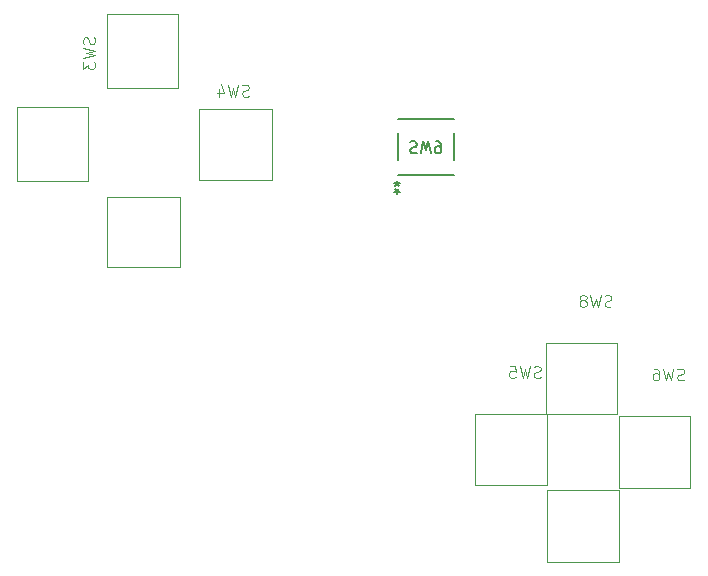
<source format=gbr>
%TF.GenerationSoftware,KiCad,Pcbnew,7.0.10*%
%TF.CreationDate,2024-02-20T20:24:08-05:00*%
%TF.ProjectId,GBoyGcPlus,47426f79-4763-4506-9c75-732e6b696361,rev?*%
%TF.SameCoordinates,Original*%
%TF.FileFunction,Legend,Bot*%
%TF.FilePolarity,Positive*%
%FSLAX46Y46*%
G04 Gerber Fmt 4.6, Leading zero omitted, Abs format (unit mm)*
G04 Created by KiCad (PCBNEW 7.0.10) date 2024-02-20 20:24:08*
%MOMM*%
%LPD*%
G01*
G04 APERTURE LIST*
%ADD10C,0.100000*%
%ADD11C,0.150000*%
%ADD12C,0.152400*%
G04 APERTURE END LIST*
D10*
X140993332Y-82259800D02*
X140850475Y-82307419D01*
X140850475Y-82307419D02*
X140612380Y-82307419D01*
X140612380Y-82307419D02*
X140517142Y-82259800D01*
X140517142Y-82259800D02*
X140469523Y-82212180D01*
X140469523Y-82212180D02*
X140421904Y-82116942D01*
X140421904Y-82116942D02*
X140421904Y-82021704D01*
X140421904Y-82021704D02*
X140469523Y-81926466D01*
X140469523Y-81926466D02*
X140517142Y-81878847D01*
X140517142Y-81878847D02*
X140612380Y-81831228D01*
X140612380Y-81831228D02*
X140802856Y-81783609D01*
X140802856Y-81783609D02*
X140898094Y-81735990D01*
X140898094Y-81735990D02*
X140945713Y-81688371D01*
X140945713Y-81688371D02*
X140993332Y-81593133D01*
X140993332Y-81593133D02*
X140993332Y-81497895D01*
X140993332Y-81497895D02*
X140945713Y-81402657D01*
X140945713Y-81402657D02*
X140898094Y-81355038D01*
X140898094Y-81355038D02*
X140802856Y-81307419D01*
X140802856Y-81307419D02*
X140564761Y-81307419D01*
X140564761Y-81307419D02*
X140421904Y-81355038D01*
X140088570Y-81307419D02*
X139850475Y-82307419D01*
X139850475Y-82307419D02*
X139659999Y-81593133D01*
X139659999Y-81593133D02*
X139469523Y-82307419D01*
X139469523Y-82307419D02*
X139231428Y-81307419D01*
X138421904Y-81640752D02*
X138421904Y-82307419D01*
X138659999Y-81259800D02*
X138898094Y-81974085D01*
X138898094Y-81974085D02*
X138279047Y-81974085D01*
X171667332Y-100081800D02*
X171524475Y-100129419D01*
X171524475Y-100129419D02*
X171286380Y-100129419D01*
X171286380Y-100129419D02*
X171191142Y-100081800D01*
X171191142Y-100081800D02*
X171143523Y-100034180D01*
X171143523Y-100034180D02*
X171095904Y-99938942D01*
X171095904Y-99938942D02*
X171095904Y-99843704D01*
X171095904Y-99843704D02*
X171143523Y-99748466D01*
X171143523Y-99748466D02*
X171191142Y-99700847D01*
X171191142Y-99700847D02*
X171286380Y-99653228D01*
X171286380Y-99653228D02*
X171476856Y-99605609D01*
X171476856Y-99605609D02*
X171572094Y-99557990D01*
X171572094Y-99557990D02*
X171619713Y-99510371D01*
X171619713Y-99510371D02*
X171667332Y-99415133D01*
X171667332Y-99415133D02*
X171667332Y-99319895D01*
X171667332Y-99319895D02*
X171619713Y-99224657D01*
X171619713Y-99224657D02*
X171572094Y-99177038D01*
X171572094Y-99177038D02*
X171476856Y-99129419D01*
X171476856Y-99129419D02*
X171238761Y-99129419D01*
X171238761Y-99129419D02*
X171095904Y-99177038D01*
X170762570Y-99129419D02*
X170524475Y-100129419D01*
X170524475Y-100129419D02*
X170333999Y-99415133D01*
X170333999Y-99415133D02*
X170143523Y-100129419D01*
X170143523Y-100129419D02*
X169905428Y-99129419D01*
X169381618Y-99557990D02*
X169476856Y-99510371D01*
X169476856Y-99510371D02*
X169524475Y-99462752D01*
X169524475Y-99462752D02*
X169572094Y-99367514D01*
X169572094Y-99367514D02*
X169572094Y-99319895D01*
X169572094Y-99319895D02*
X169524475Y-99224657D01*
X169524475Y-99224657D02*
X169476856Y-99177038D01*
X169476856Y-99177038D02*
X169381618Y-99129419D01*
X169381618Y-99129419D02*
X169191142Y-99129419D01*
X169191142Y-99129419D02*
X169095904Y-99177038D01*
X169095904Y-99177038D02*
X169048285Y-99224657D01*
X169048285Y-99224657D02*
X169000666Y-99319895D01*
X169000666Y-99319895D02*
X169000666Y-99367514D01*
X169000666Y-99367514D02*
X169048285Y-99462752D01*
X169048285Y-99462752D02*
X169095904Y-99510371D01*
X169095904Y-99510371D02*
X169191142Y-99557990D01*
X169191142Y-99557990D02*
X169381618Y-99557990D01*
X169381618Y-99557990D02*
X169476856Y-99605609D01*
X169476856Y-99605609D02*
X169524475Y-99653228D01*
X169524475Y-99653228D02*
X169572094Y-99748466D01*
X169572094Y-99748466D02*
X169572094Y-99938942D01*
X169572094Y-99938942D02*
X169524475Y-100034180D01*
X169524475Y-100034180D02*
X169476856Y-100081800D01*
X169476856Y-100081800D02*
X169381618Y-100129419D01*
X169381618Y-100129419D02*
X169191142Y-100129419D01*
X169191142Y-100129419D02*
X169095904Y-100081800D01*
X169095904Y-100081800D02*
X169048285Y-100034180D01*
X169048285Y-100034180D02*
X169000666Y-99938942D01*
X169000666Y-99938942D02*
X169000666Y-99748466D01*
X169000666Y-99748466D02*
X169048285Y-99653228D01*
X169048285Y-99653228D02*
X169095904Y-99605609D01*
X169095904Y-99605609D02*
X169191142Y-99557990D01*
X177833332Y-106299800D02*
X177690475Y-106347419D01*
X177690475Y-106347419D02*
X177452380Y-106347419D01*
X177452380Y-106347419D02*
X177357142Y-106299800D01*
X177357142Y-106299800D02*
X177309523Y-106252180D01*
X177309523Y-106252180D02*
X177261904Y-106156942D01*
X177261904Y-106156942D02*
X177261904Y-106061704D01*
X177261904Y-106061704D02*
X177309523Y-105966466D01*
X177309523Y-105966466D02*
X177357142Y-105918847D01*
X177357142Y-105918847D02*
X177452380Y-105871228D01*
X177452380Y-105871228D02*
X177642856Y-105823609D01*
X177642856Y-105823609D02*
X177738094Y-105775990D01*
X177738094Y-105775990D02*
X177785713Y-105728371D01*
X177785713Y-105728371D02*
X177833332Y-105633133D01*
X177833332Y-105633133D02*
X177833332Y-105537895D01*
X177833332Y-105537895D02*
X177785713Y-105442657D01*
X177785713Y-105442657D02*
X177738094Y-105395038D01*
X177738094Y-105395038D02*
X177642856Y-105347419D01*
X177642856Y-105347419D02*
X177404761Y-105347419D01*
X177404761Y-105347419D02*
X177261904Y-105395038D01*
X176928570Y-105347419D02*
X176690475Y-106347419D01*
X176690475Y-106347419D02*
X176499999Y-105633133D01*
X176499999Y-105633133D02*
X176309523Y-106347419D01*
X176309523Y-106347419D02*
X176071428Y-105347419D01*
X175261904Y-105347419D02*
X175452380Y-105347419D01*
X175452380Y-105347419D02*
X175547618Y-105395038D01*
X175547618Y-105395038D02*
X175595237Y-105442657D01*
X175595237Y-105442657D02*
X175690475Y-105585514D01*
X175690475Y-105585514D02*
X175738094Y-105775990D01*
X175738094Y-105775990D02*
X175738094Y-106156942D01*
X175738094Y-106156942D02*
X175690475Y-106252180D01*
X175690475Y-106252180D02*
X175642856Y-106299800D01*
X175642856Y-106299800D02*
X175547618Y-106347419D01*
X175547618Y-106347419D02*
X175357142Y-106347419D01*
X175357142Y-106347419D02*
X175261904Y-106299800D01*
X175261904Y-106299800D02*
X175214285Y-106252180D01*
X175214285Y-106252180D02*
X175166666Y-106156942D01*
X175166666Y-106156942D02*
X175166666Y-105918847D01*
X175166666Y-105918847D02*
X175214285Y-105823609D01*
X175214285Y-105823609D02*
X175261904Y-105775990D01*
X175261904Y-105775990D02*
X175357142Y-105728371D01*
X175357142Y-105728371D02*
X175547618Y-105728371D01*
X175547618Y-105728371D02*
X175642856Y-105775990D01*
X175642856Y-105775990D02*
X175690475Y-105823609D01*
X175690475Y-105823609D02*
X175738094Y-105918847D01*
D11*
X154622667Y-86157200D02*
X154765524Y-86109580D01*
X154765524Y-86109580D02*
X155003619Y-86109580D01*
X155003619Y-86109580D02*
X155098857Y-86157200D01*
X155098857Y-86157200D02*
X155146476Y-86204819D01*
X155146476Y-86204819D02*
X155194095Y-86300057D01*
X155194095Y-86300057D02*
X155194095Y-86395295D01*
X155194095Y-86395295D02*
X155146476Y-86490533D01*
X155146476Y-86490533D02*
X155098857Y-86538152D01*
X155098857Y-86538152D02*
X155003619Y-86585771D01*
X155003619Y-86585771D02*
X154813143Y-86633390D01*
X154813143Y-86633390D02*
X154717905Y-86681009D01*
X154717905Y-86681009D02*
X154670286Y-86728628D01*
X154670286Y-86728628D02*
X154622667Y-86823866D01*
X154622667Y-86823866D02*
X154622667Y-86919104D01*
X154622667Y-86919104D02*
X154670286Y-87014342D01*
X154670286Y-87014342D02*
X154717905Y-87061961D01*
X154717905Y-87061961D02*
X154813143Y-87109580D01*
X154813143Y-87109580D02*
X155051238Y-87109580D01*
X155051238Y-87109580D02*
X155194095Y-87061961D01*
X155527429Y-87109580D02*
X155765524Y-86109580D01*
X155765524Y-86109580D02*
X155956000Y-86823866D01*
X155956000Y-86823866D02*
X156146476Y-86109580D01*
X156146476Y-86109580D02*
X156384572Y-87109580D01*
X156813143Y-86109580D02*
X157003619Y-86109580D01*
X157003619Y-86109580D02*
X157098857Y-86157200D01*
X157098857Y-86157200D02*
X157146476Y-86204819D01*
X157146476Y-86204819D02*
X157241714Y-86347676D01*
X157241714Y-86347676D02*
X157289333Y-86538152D01*
X157289333Y-86538152D02*
X157289333Y-86919104D01*
X157289333Y-86919104D02*
X157241714Y-87014342D01*
X157241714Y-87014342D02*
X157194095Y-87061961D01*
X157194095Y-87061961D02*
X157098857Y-87109580D01*
X157098857Y-87109580D02*
X156908381Y-87109580D01*
X156908381Y-87109580D02*
X156813143Y-87061961D01*
X156813143Y-87061961D02*
X156765524Y-87014342D01*
X156765524Y-87014342D02*
X156717905Y-86919104D01*
X156717905Y-86919104D02*
X156717905Y-86681009D01*
X156717905Y-86681009D02*
X156765524Y-86585771D01*
X156765524Y-86585771D02*
X156813143Y-86538152D01*
X156813143Y-86538152D02*
X156908381Y-86490533D01*
X156908381Y-86490533D02*
X157098857Y-86490533D01*
X157098857Y-86490533D02*
X157194095Y-86538152D01*
X157194095Y-86538152D02*
X157241714Y-86585771D01*
X157241714Y-86585771D02*
X157289333Y-86681009D01*
X153517599Y-89473619D02*
X153517599Y-89711714D01*
X153755694Y-89616476D02*
X153517599Y-89711714D01*
X153517599Y-89711714D02*
X153279504Y-89616476D01*
X153660456Y-89902190D02*
X153517599Y-89711714D01*
X153517599Y-89711714D02*
X153374742Y-89902190D01*
X153517600Y-90563980D02*
X153517600Y-90325885D01*
X153279505Y-90421123D02*
X153517600Y-90325885D01*
X153517600Y-90325885D02*
X153755695Y-90421123D01*
X153374743Y-90135409D02*
X153517600Y-90325885D01*
X153517600Y-90325885D02*
X153660457Y-90135409D01*
D10*
X165683332Y-106079800D02*
X165540475Y-106127419D01*
X165540475Y-106127419D02*
X165302380Y-106127419D01*
X165302380Y-106127419D02*
X165207142Y-106079800D01*
X165207142Y-106079800D02*
X165159523Y-106032180D01*
X165159523Y-106032180D02*
X165111904Y-105936942D01*
X165111904Y-105936942D02*
X165111904Y-105841704D01*
X165111904Y-105841704D02*
X165159523Y-105746466D01*
X165159523Y-105746466D02*
X165207142Y-105698847D01*
X165207142Y-105698847D02*
X165302380Y-105651228D01*
X165302380Y-105651228D02*
X165492856Y-105603609D01*
X165492856Y-105603609D02*
X165588094Y-105555990D01*
X165588094Y-105555990D02*
X165635713Y-105508371D01*
X165635713Y-105508371D02*
X165683332Y-105413133D01*
X165683332Y-105413133D02*
X165683332Y-105317895D01*
X165683332Y-105317895D02*
X165635713Y-105222657D01*
X165635713Y-105222657D02*
X165588094Y-105175038D01*
X165588094Y-105175038D02*
X165492856Y-105127419D01*
X165492856Y-105127419D02*
X165254761Y-105127419D01*
X165254761Y-105127419D02*
X165111904Y-105175038D01*
X164778570Y-105127419D02*
X164540475Y-106127419D01*
X164540475Y-106127419D02*
X164349999Y-105413133D01*
X164349999Y-105413133D02*
X164159523Y-106127419D01*
X164159523Y-106127419D02*
X163921428Y-105127419D01*
X163064285Y-105127419D02*
X163540475Y-105127419D01*
X163540475Y-105127419D02*
X163588094Y-105603609D01*
X163588094Y-105603609D02*
X163540475Y-105555990D01*
X163540475Y-105555990D02*
X163445237Y-105508371D01*
X163445237Y-105508371D02*
X163207142Y-105508371D01*
X163207142Y-105508371D02*
X163111904Y-105555990D01*
X163111904Y-105555990D02*
X163064285Y-105603609D01*
X163064285Y-105603609D02*
X163016666Y-105698847D01*
X163016666Y-105698847D02*
X163016666Y-105936942D01*
X163016666Y-105936942D02*
X163064285Y-106032180D01*
X163064285Y-106032180D02*
X163111904Y-106079800D01*
X163111904Y-106079800D02*
X163207142Y-106127419D01*
X163207142Y-106127419D02*
X163445237Y-106127419D01*
X163445237Y-106127419D02*
X163540475Y-106079800D01*
X163540475Y-106079800D02*
X163588094Y-106032180D01*
X127899800Y-77306667D02*
X127947419Y-77449524D01*
X127947419Y-77449524D02*
X127947419Y-77687619D01*
X127947419Y-77687619D02*
X127899800Y-77782857D01*
X127899800Y-77782857D02*
X127852180Y-77830476D01*
X127852180Y-77830476D02*
X127756942Y-77878095D01*
X127756942Y-77878095D02*
X127661704Y-77878095D01*
X127661704Y-77878095D02*
X127566466Y-77830476D01*
X127566466Y-77830476D02*
X127518847Y-77782857D01*
X127518847Y-77782857D02*
X127471228Y-77687619D01*
X127471228Y-77687619D02*
X127423609Y-77497143D01*
X127423609Y-77497143D02*
X127375990Y-77401905D01*
X127375990Y-77401905D02*
X127328371Y-77354286D01*
X127328371Y-77354286D02*
X127233133Y-77306667D01*
X127233133Y-77306667D02*
X127137895Y-77306667D01*
X127137895Y-77306667D02*
X127042657Y-77354286D01*
X127042657Y-77354286D02*
X126995038Y-77401905D01*
X126995038Y-77401905D02*
X126947419Y-77497143D01*
X126947419Y-77497143D02*
X126947419Y-77735238D01*
X126947419Y-77735238D02*
X126995038Y-77878095D01*
X126947419Y-78211429D02*
X127947419Y-78449524D01*
X127947419Y-78449524D02*
X127233133Y-78640000D01*
X127233133Y-78640000D02*
X127947419Y-78830476D01*
X127947419Y-78830476D02*
X126947419Y-79068572D01*
X126947419Y-79354286D02*
X126947419Y-79973333D01*
X126947419Y-79973333D02*
X127328371Y-79640000D01*
X127328371Y-79640000D02*
X127328371Y-79782857D01*
X127328371Y-79782857D02*
X127375990Y-79878095D01*
X127375990Y-79878095D02*
X127423609Y-79925714D01*
X127423609Y-79925714D02*
X127518847Y-79973333D01*
X127518847Y-79973333D02*
X127756942Y-79973333D01*
X127756942Y-79973333D02*
X127852180Y-79925714D01*
X127852180Y-79925714D02*
X127899800Y-79878095D01*
X127899800Y-79878095D02*
X127947419Y-79782857D01*
X127947419Y-79782857D02*
X127947419Y-79497143D01*
X127947419Y-79497143D02*
X127899800Y-79401905D01*
X127899800Y-79401905D02*
X127852180Y-79354286D01*
%TO.C,SW4*%
X142950000Y-83350000D02*
X136730000Y-83350000D01*
X136730000Y-83350000D02*
X136730000Y-89350000D01*
X136730000Y-89350000D02*
X142950000Y-89350000D01*
X142950000Y-89350000D02*
X142950000Y-83350000D01*
%TO.C,SW8*%
X172194000Y-103152000D02*
X166134000Y-103152000D01*
X166134000Y-103152000D02*
X166134000Y-109192000D01*
X166134000Y-109192000D02*
X172194000Y-109192000D01*
X172194000Y-109192000D02*
X172194000Y-103152000D01*
%TO.C,SW6*%
X178360000Y-109370000D02*
X172300000Y-109370000D01*
X172300000Y-109370000D02*
X172300000Y-115410000D01*
X172300000Y-115410000D02*
X178360000Y-115410000D01*
X178360000Y-115410000D02*
X178360000Y-109370000D01*
%TO.C,SW2*%
X135180000Y-90780000D02*
X128960000Y-90780000D01*
X128960000Y-90780000D02*
X128960000Y-96780000D01*
X128960000Y-96780000D02*
X135180000Y-96780000D01*
X135180000Y-96780000D02*
X135180000Y-90780000D01*
D12*
%TO.C,SW9*%
X153581100Y-84189500D02*
X158330900Y-84189500D01*
X153581100Y-87704860D02*
X153581100Y-85423940D01*
X158330900Y-85423940D02*
X158330900Y-87704860D01*
X158330900Y-88939300D02*
X153581100Y-88939300D01*
D10*
%TO.C,SW5*%
X166210000Y-109150000D02*
X160150000Y-109150000D01*
X160150000Y-109150000D02*
X160150000Y-115190000D01*
X160150000Y-115190000D02*
X166210000Y-115190000D01*
X166210000Y-115190000D02*
X166210000Y-109150000D01*
%TO.C,SW1*%
X127390000Y-89450000D02*
X121390000Y-89450000D01*
X121390000Y-89450000D02*
X121390000Y-83230000D01*
X121390000Y-83230000D02*
X127390000Y-83230000D01*
X127390000Y-83230000D02*
X127390000Y-89450000D01*
%TO.C,SW7*%
X166220000Y-121690000D02*
X172280000Y-121690000D01*
X172280000Y-121690000D02*
X172280000Y-115650000D01*
X172280000Y-115650000D02*
X166220000Y-115650000D01*
X166220000Y-115650000D02*
X166220000Y-121690000D01*
%TO.C,SW3*%
X128990000Y-75350000D02*
X134990000Y-75350000D01*
X134990000Y-75350000D02*
X134990000Y-81570000D01*
X134990000Y-81570000D02*
X128990000Y-81570000D01*
X128990000Y-81570000D02*
X128990000Y-75350000D01*
%TD*%
M02*

</source>
